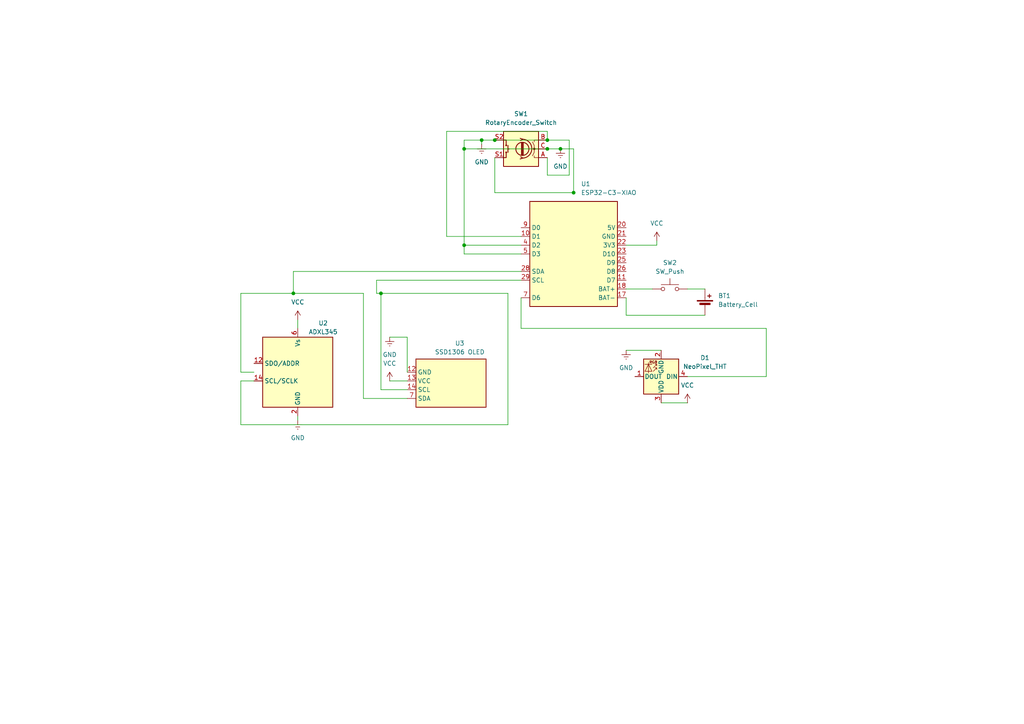
<source format=kicad_sch>
(kicad_sch
	(version 20250114)
	(generator "eeschema")
	(generator_version "9.0")
	(uuid "bf6a552b-c465-4021-a555-ceeaaf1e8576")
	(paper "A4")
	(lib_symbols
		(symbol "ADXL343_1"
			(exclude_from_sim no)
			(in_bom yes)
			(on_board yes)
			(property "Reference" "U3"
				(at 15.24 6.4202 0)
				(effects
					(font
						(size 1.27 1.27)
					)
				)
			)
			(property "Value" "SSD1306 OLED"
				(at 15.24 3.8802 0)
				(effects
					(font
						(size 1.27 1.27)
					)
				)
			)
			(property "Footprint" "Package_LGA:LGA-14_3x5mm_P0.8mm_LayoutBorder1x6y"
				(at 0 0 0)
				(effects
					(font
						(size 1.27 1.27)
					)
					(hide yes)
				)
			)
			(property "Datasheet" "https://www.analog.com/media/en/technical-documentation/data-sheets/ADXL343.pdf"
				(at 0 0 0)
				(effects
					(font
						(size 1.27 1.27)
					)
					(hide yes)
				)
			)
			(property "Description" "3-Axis MEMS Accelerometer, 2/4/8/16g range, I2C/SPI, LGA-14"
				(at 0 0 0)
				(effects
					(font
						(size 1.27 1.27)
					)
					(hide yes)
				)
			)
			(property "ki_keywords" "3-axis accelerometer i2c spi mems"
				(at 0 0 0)
				(effects
					(font
						(size 1.27 1.27)
					)
					(hide yes)
				)
			)
			(property "ki_fp_filters" "*LGA*3x5mm*P0.8mm*"
				(at 0 0 0)
				(effects
					(font
						(size 1.27 1.27)
					)
					(hide yes)
				)
			)
			(symbol "ADXL343_1_0_1"
				(rectangle
					(start -10.16 6.35)
					(end 10.16 -7.62)
					(stroke
						(width 0.254)
						(type default)
					)
					(fill
						(type background)
					)
				)
			)
			(symbol "ADXL343_1_1_1"
				(pin bidirectional line
					(at -12.7 2.54 0)
					(length 2.54)
					(name "GND"
						(effects
							(font
								(size 1.27 1.27)
							)
						)
					)
					(number "12"
						(effects
							(font
								(size 1.27 1.27)
							)
						)
					)
				)
				(pin bidirectional line
					(at -12.7 0 0)
					(length 2.54)
					(name "VCC"
						(effects
							(font
								(size 1.27 1.27)
							)
						)
					)
					(number "13"
						(effects
							(font
								(size 1.27 1.27)
							)
						)
					)
				)
				(pin input line
					(at -12.7 -2.54 0)
					(length 2.54)
					(name "SCL"
						(effects
							(font
								(size 1.27 1.27)
							)
						)
					)
					(number "14"
						(effects
							(font
								(size 1.27 1.27)
							)
						)
					)
				)
				(pin input line
					(at -12.7 -5.08 0)
					(length 2.54)
					(name "SDA"
						(effects
							(font
								(size 1.27 1.27)
							)
						)
					)
					(number "7"
						(effects
							(font
								(size 1.27 1.27)
							)
						)
					)
				)
				(pin no_connect line
					(at -5.08 -10.16 90)
					(length 2.54)
					(hide yes)
					(name "NC"
						(effects
							(font
								(size 1.27 1.27)
							)
						)
					)
					(number "10"
						(effects
							(font
								(size 1.27 1.27)
							)
						)
					)
				)
				(pin passive line
					(at 0 -10.16 90)
					(length 2.54)
					(hide yes)
					(name "GND"
						(effects
							(font
								(size 1.27 1.27)
							)
						)
					)
					(number "4"
						(effects
							(font
								(size 1.27 1.27)
							)
						)
					)
				)
				(pin passive line
					(at 0 -10.16 90)
					(length 2.54)
					(hide yes)
					(name "GND"
						(effects
							(font
								(size 1.27 1.27)
							)
						)
					)
					(number "5"
						(effects
							(font
								(size 1.27 1.27)
							)
						)
					)
				)
			)
			(embedded_fonts no)
		)
		(symbol "Device:Battery_Cell"
			(pin_numbers
				(hide yes)
			)
			(pin_names
				(offset 0)
				(hide yes)
			)
			(exclude_from_sim no)
			(in_bom yes)
			(on_board yes)
			(property "Reference" "BT"
				(at 2.54 2.54 0)
				(effects
					(font
						(size 1.27 1.27)
					)
					(justify left)
				)
			)
			(property "Value" "Battery_Cell"
				(at 2.54 0 0)
				(effects
					(font
						(size 1.27 1.27)
					)
					(justify left)
				)
			)
			(property "Footprint" ""
				(at 0 1.524 90)
				(effects
					(font
						(size 1.27 1.27)
					)
					(hide yes)
				)
			)
			(property "Datasheet" "~"
				(at 0 1.524 90)
				(effects
					(font
						(size 1.27 1.27)
					)
					(hide yes)
				)
			)
			(property "Description" "Single-cell battery"
				(at 0 0 0)
				(effects
					(font
						(size 1.27 1.27)
					)
					(hide yes)
				)
			)
			(property "ki_keywords" "battery cell"
				(at 0 0 0)
				(effects
					(font
						(size 1.27 1.27)
					)
					(hide yes)
				)
			)
			(symbol "Battery_Cell_0_1"
				(rectangle
					(start -2.286 1.778)
					(end 2.286 1.524)
					(stroke
						(width 0)
						(type default)
					)
					(fill
						(type outline)
					)
				)
				(rectangle
					(start -1.524 1.016)
					(end 1.524 0.508)
					(stroke
						(width 0)
						(type default)
					)
					(fill
						(type outline)
					)
				)
				(polyline
					(pts
						(xy 0 1.778) (xy 0 2.54)
					)
					(stroke
						(width 0)
						(type default)
					)
					(fill
						(type none)
					)
				)
				(polyline
					(pts
						(xy 0 0.762) (xy 0 0)
					)
					(stroke
						(width 0)
						(type default)
					)
					(fill
						(type none)
					)
				)
				(polyline
					(pts
						(xy 0.762 3.048) (xy 1.778 3.048)
					)
					(stroke
						(width 0.254)
						(type default)
					)
					(fill
						(type none)
					)
				)
				(polyline
					(pts
						(xy 1.27 3.556) (xy 1.27 2.54)
					)
					(stroke
						(width 0.254)
						(type default)
					)
					(fill
						(type none)
					)
				)
			)
			(symbol "Battery_Cell_1_1"
				(pin passive line
					(at 0 5.08 270)
					(length 2.54)
					(name "+"
						(effects
							(font
								(size 1.27 1.27)
							)
						)
					)
					(number "1"
						(effects
							(font
								(size 1.27 1.27)
							)
						)
					)
				)
				(pin passive line
					(at 0 -2.54 90)
					(length 2.54)
					(name "-"
						(effects
							(font
								(size 1.27 1.27)
							)
						)
					)
					(number "2"
						(effects
							(font
								(size 1.27 1.27)
							)
						)
					)
				)
			)
			(embedded_fonts no)
		)
		(symbol "Device:RotaryEncoder_Switch"
			(pin_names
				(offset 0.254)
				(hide yes)
			)
			(exclude_from_sim no)
			(in_bom yes)
			(on_board yes)
			(property "Reference" "SW"
				(at 0 6.604 0)
				(effects
					(font
						(size 1.27 1.27)
					)
				)
			)
			(property "Value" "RotaryEncoder_Switch"
				(at 0 -6.604 0)
				(effects
					(font
						(size 1.27 1.27)
					)
				)
			)
			(property "Footprint" ""
				(at -3.81 4.064 0)
				(effects
					(font
						(size 1.27 1.27)
					)
					(hide yes)
				)
			)
			(property "Datasheet" "~"
				(at 0 6.604 0)
				(effects
					(font
						(size 1.27 1.27)
					)
					(hide yes)
				)
			)
			(property "Description" "Rotary encoder, dual channel, incremental quadrate outputs, with switch"
				(at 0 0 0)
				(effects
					(font
						(size 1.27 1.27)
					)
					(hide yes)
				)
			)
			(property "ki_keywords" "rotary switch encoder switch push button"
				(at 0 0 0)
				(effects
					(font
						(size 1.27 1.27)
					)
					(hide yes)
				)
			)
			(property "ki_fp_filters" "RotaryEncoder*Switch*"
				(at 0 0 0)
				(effects
					(font
						(size 1.27 1.27)
					)
					(hide yes)
				)
			)
			(symbol "RotaryEncoder_Switch_0_1"
				(rectangle
					(start -5.08 5.08)
					(end 5.08 -5.08)
					(stroke
						(width 0.254)
						(type default)
					)
					(fill
						(type background)
					)
				)
				(polyline
					(pts
						(xy -5.08 2.54) (xy -3.81 2.54) (xy -3.81 2.032)
					)
					(stroke
						(width 0)
						(type default)
					)
					(fill
						(type none)
					)
				)
				(polyline
					(pts
						(xy -5.08 0) (xy -3.81 0) (xy -3.81 -1.016) (xy -3.302 -2.032)
					)
					(stroke
						(width 0)
						(type default)
					)
					(fill
						(type none)
					)
				)
				(polyline
					(pts
						(xy -5.08 -2.54) (xy -3.81 -2.54) (xy -3.81 -2.032)
					)
					(stroke
						(width 0)
						(type default)
					)
					(fill
						(type none)
					)
				)
				(polyline
					(pts
						(xy -4.318 0) (xy -3.81 0) (xy -3.81 1.016) (xy -3.302 2.032)
					)
					(stroke
						(width 0)
						(type default)
					)
					(fill
						(type none)
					)
				)
				(circle
					(center -3.81 0)
					(radius 0.254)
					(stroke
						(width 0)
						(type default)
					)
					(fill
						(type outline)
					)
				)
				(polyline
					(pts
						(xy -0.635 -1.778) (xy -0.635 1.778)
					)
					(stroke
						(width 0.254)
						(type default)
					)
					(fill
						(type none)
					)
				)
				(circle
					(center -0.381 0)
					(radius 1.905)
					(stroke
						(width 0.254)
						(type default)
					)
					(fill
						(type none)
					)
				)
				(polyline
					(pts
						(xy -0.381 -1.778) (xy -0.381 1.778)
					)
					(stroke
						(width 0.254)
						(type default)
					)
					(fill
						(type none)
					)
				)
				(arc
					(start -0.381 -2.794)
					(mid -3.0988 -0.0635)
					(end -0.381 2.667)
					(stroke
						(width 0.254)
						(type default)
					)
					(fill
						(type none)
					)
				)
				(polyline
					(pts
						(xy -0.127 1.778) (xy -0.127 -1.778)
					)
					(stroke
						(width 0.254)
						(type default)
					)
					(fill
						(type none)
					)
				)
				(polyline
					(pts
						(xy 0.254 2.921) (xy -0.508 2.667) (xy 0.127 2.286)
					)
					(stroke
						(width 0.254)
						(type default)
					)
					(fill
						(type none)
					)
				)
				(polyline
					(pts
						(xy 0.254 -3.048) (xy -0.508 -2.794) (xy 0.127 -2.413)
					)
					(stroke
						(width 0.254)
						(type default)
					)
					(fill
						(type none)
					)
				)
				(polyline
					(pts
						(xy 3.81 1.016) (xy 3.81 -1.016)
					)
					(stroke
						(width 0.254)
						(type default)
					)
					(fill
						(type none)
					)
				)
				(polyline
					(pts
						(xy 3.81 0) (xy 3.429 0)
					)
					(stroke
						(width 0.254)
						(type default)
					)
					(fill
						(type none)
					)
				)
				(circle
					(center 4.318 1.016)
					(radius 0.127)
					(stroke
						(width 0.254)
						(type default)
					)
					(fill
						(type none)
					)
				)
				(circle
					(center 4.318 -1.016)
					(radius 0.127)
					(stroke
						(width 0.254)
						(type default)
					)
					(fill
						(type none)
					)
				)
				(polyline
					(pts
						(xy 5.08 2.54) (xy 4.318 2.54) (xy 4.318 1.016)
					)
					(stroke
						(width 0.254)
						(type default)
					)
					(fill
						(type none)
					)
				)
				(polyline
					(pts
						(xy 5.08 -2.54) (xy 4.318 -2.54) (xy 4.318 -1.016)
					)
					(stroke
						(width 0.254)
						(type default)
					)
					(fill
						(type none)
					)
				)
			)
			(symbol "RotaryEncoder_Switch_1_1"
				(pin passive line
					(at -7.62 2.54 0)
					(length 2.54)
					(name "A"
						(effects
							(font
								(size 1.27 1.27)
							)
						)
					)
					(number "A"
						(effects
							(font
								(size 1.27 1.27)
							)
						)
					)
				)
				(pin passive line
					(at -7.62 0 0)
					(length 2.54)
					(name "C"
						(effects
							(font
								(size 1.27 1.27)
							)
						)
					)
					(number "C"
						(effects
							(font
								(size 1.27 1.27)
							)
						)
					)
				)
				(pin passive line
					(at -7.62 -2.54 0)
					(length 2.54)
					(name "B"
						(effects
							(font
								(size 1.27 1.27)
							)
						)
					)
					(number "B"
						(effects
							(font
								(size 1.27 1.27)
							)
						)
					)
				)
				(pin passive line
					(at 7.62 2.54 180)
					(length 2.54)
					(name "S1"
						(effects
							(font
								(size 1.27 1.27)
							)
						)
					)
					(number "S1"
						(effects
							(font
								(size 1.27 1.27)
							)
						)
					)
				)
				(pin passive line
					(at 7.62 -2.54 180)
					(length 2.54)
					(name "S2"
						(effects
							(font
								(size 1.27 1.27)
							)
						)
					)
					(number "S2"
						(effects
							(font
								(size 1.27 1.27)
							)
						)
					)
				)
			)
			(embedded_fonts no)
		)
		(symbol "LED:NeoPixel_THT"
			(pin_names
				(offset 0.254)
			)
			(exclude_from_sim no)
			(in_bom yes)
			(on_board yes)
			(property "Reference" "D"
				(at 5.08 5.715 0)
				(effects
					(font
						(size 1.27 1.27)
					)
					(justify right bottom)
				)
			)
			(property "Value" "NeoPixel_THT"
				(at 1.27 -5.715 0)
				(effects
					(font
						(size 1.27 1.27)
					)
					(justify left top)
				)
			)
			(property "Footprint" ""
				(at 1.27 -7.62 0)
				(effects
					(font
						(size 1.27 1.27)
					)
					(justify left top)
					(hide yes)
				)
			)
			(property "Datasheet" "https://www.adafruit.com/product/1938"
				(at 2.54 -9.525 0)
				(effects
					(font
						(size 1.27 1.27)
					)
					(justify left top)
					(hide yes)
				)
			)
			(property "Description" "RGB LED with integrated controller, 5mm/8mm LED package"
				(at 0 0 0)
				(effects
					(font
						(size 1.27 1.27)
					)
					(hide yes)
				)
			)
			(property "ki_keywords" "RGB LED NeoPixel addressable"
				(at 0 0 0)
				(effects
					(font
						(size 1.27 1.27)
					)
					(hide yes)
				)
			)
			(property "ki_fp_filters" "LED*D5.0mm* LED*D8.0mm*"
				(at 0 0 0)
				(effects
					(font
						(size 1.27 1.27)
					)
					(hide yes)
				)
			)
			(symbol "NeoPixel_THT_0_0"
				(text "RGB"
					(at 2.286 -4.191 0)
					(effects
						(font
							(size 0.762 0.762)
						)
					)
				)
			)
			(symbol "NeoPixel_THT_0_1"
				(polyline
					(pts
						(xy 1.27 -2.54) (xy 1.778 -2.54)
					)
					(stroke
						(width 0)
						(type default)
					)
					(fill
						(type none)
					)
				)
				(polyline
					(pts
						(xy 1.27 -3.556) (xy 1.778 -3.556)
					)
					(stroke
						(width 0)
						(type default)
					)
					(fill
						(type none)
					)
				)
				(polyline
					(pts
						(xy 2.286 -1.524) (xy 1.27 -2.54) (xy 1.27 -2.032)
					)
					(stroke
						(width 0)
						(type default)
					)
					(fill
						(type none)
					)
				)
				(polyline
					(pts
						(xy 2.286 -2.54) (xy 1.27 -3.556) (xy 1.27 -3.048)
					)
					(stroke
						(width 0)
						(type default)
					)
					(fill
						(type none)
					)
				)
				(polyline
					(pts
						(xy 3.683 -1.016) (xy 3.683 -3.556) (xy 3.683 -4.064)
					)
					(stroke
						(width 0)
						(type default)
					)
					(fill
						(type none)
					)
				)
				(polyline
					(pts
						(xy 4.699 -1.524) (xy 2.667 -1.524) (xy 3.683 -3.556) (xy 4.699 -1.524)
					)
					(stroke
						(width 0)
						(type default)
					)
					(fill
						(type none)
					)
				)
				(polyline
					(pts
						(xy 4.699 -3.556) (xy 2.667 -3.556)
					)
					(stroke
						(width 0)
						(type default)
					)
					(fill
						(type none)
					)
				)
				(rectangle
					(start 5.08 5.08)
					(end -5.08 -5.08)
					(stroke
						(width 0.254)
						(type default)
					)
					(fill
						(type background)
					)
				)
			)
			(symbol "NeoPixel_THT_1_1"
				(pin input line
					(at -7.62 0 0)
					(length 2.54)
					(name "DIN"
						(effects
							(font
								(size 1.27 1.27)
							)
						)
					)
					(number "4"
						(effects
							(font
								(size 1.27 1.27)
							)
						)
					)
				)
				(pin power_in line
					(at 0 7.62 270)
					(length 2.54)
					(name "VDD"
						(effects
							(font
								(size 1.27 1.27)
							)
						)
					)
					(number "3"
						(effects
							(font
								(size 1.27 1.27)
							)
						)
					)
				)
				(pin power_in line
					(at 0 -7.62 90)
					(length 2.54)
					(name "GND"
						(effects
							(font
								(size 1.27 1.27)
							)
						)
					)
					(number "2"
						(effects
							(font
								(size 1.27 1.27)
							)
						)
					)
				)
				(pin output line
					(at 7.62 0 180)
					(length 2.54)
					(name "DOUT"
						(effects
							(font
								(size 1.27 1.27)
							)
						)
					)
					(number "1"
						(effects
							(font
								(size 1.27 1.27)
							)
						)
					)
				)
			)
			(embedded_fonts no)
		)
		(symbol "RF_Module:ESP32-C3-DevKitM-1"
			(exclude_from_sim no)
			(in_bom yes)
			(on_board yes)
			(property "Reference" "U1"
				(at 2.1433 20.32 0)
				(effects
					(font
						(size 1.27 1.27)
					)
					(justify left)
				)
			)
			(property "Value" "ESP32-C3-XIAO"
				(at 2.1433 17.78 0)
				(effects
					(font
						(size 1.27 1.27)
					)
					(justify left)
				)
			)
			(property "Footprint" "RF_Module:ESP32-C3-DevKitM-1"
				(at 0 -25.4 0)
				(effects
					(font
						(size 1.27 1.27)
					)
					(hide yes)
				)
			)
			(property "Datasheet" "https://docs.espressif.com/projects/esp-idf/en/latest/esp32c3/hw-reference/esp32c3/user-guide-devkitm-1.html"
				(at 0 -30.48 0)
				(effects
					(font
						(size 1.27 1.27)
					)
					(hide yes)
				)
			)
			(property "Description" "Development board featuring ESP32-C3-MINI-1 module"
				(at 0 -27.94 0)
				(effects
					(font
						(size 1.27 1.27)
					)
					(hide yes)
				)
			)
			(property "ki_keywords" "riscv wifi bluetooth ble"
				(at 0 0 0)
				(effects
					(font
						(size 1.27 1.27)
					)
					(hide yes)
				)
			)
			(property "ki_fp_filters" "*ESP32?C3?DevKitM?1*"
				(at 0 0 0)
				(effects
					(font
						(size 1.27 1.27)
					)
					(hide yes)
				)
			)
			(symbol "ESP32-C3-DevKitM-1_1_1"
				(rectangle
					(start -12.7 15.24)
					(end 12.7 -15.24)
					(stroke
						(width 0.254)
						(type default)
					)
					(fill
						(type background)
					)
				)
				(pin bidirectional line
					(at -15.24 7.62 0)
					(length 2.54)
					(name "D0"
						(effects
							(font
								(size 1.27 1.27)
							)
						)
					)
					(number "9"
						(effects
							(font
								(size 1.27 1.27)
							)
						)
					)
					(alternate "ADC1_CH0" passive line)
					(alternate "XTAL_32K_P" passive line)
				)
				(pin bidirectional line
					(at -15.24 5.08 0)
					(length 2.54)
					(name "D1"
						(effects
							(font
								(size 1.27 1.27)
							)
						)
					)
					(number "10"
						(effects
							(font
								(size 1.27 1.27)
							)
						)
					)
					(alternate "ADC1_CH1" passive line)
					(alternate "XTAL_32K_N" passive line)
				)
				(pin bidirectional line
					(at -15.24 2.54 0)
					(length 2.54)
					(name "D2"
						(effects
							(font
								(size 1.27 1.27)
							)
						)
					)
					(number "4"
						(effects
							(font
								(size 1.27 1.27)
							)
						)
					)
					(alternate "ADC1_CH0" passive line)
					(alternate "FSPIQ" passive line)
				)
				(pin bidirectional line
					(at -15.24 0 0)
					(length 2.54)
					(name "D3"
						(effects
							(font
								(size 1.27 1.27)
							)
						)
					)
					(number "5"
						(effects
							(font
								(size 1.27 1.27)
							)
						)
					)
					(alternate "ADC1_CH3" passive line)
				)
				(pin bidirectional line
					(at -15.24 -5.08 0)
					(length 2.54)
					(name "SDA"
						(effects
							(font
								(size 1.27 1.27)
							)
						)
					)
					(number "28"
						(effects
							(font
								(size 1.27 1.27)
							)
						)
					)
					(alternate "IO20" passive line)
				)
				(pin bidirectional line
					(at -15.24 -7.62 0)
					(length 2.54)
					(name "SCL"
						(effects
							(font
								(size 1.27 1.27)
							)
						)
					)
					(number "29"
						(effects
							(font
								(size 1.27 1.27)
							)
						)
					)
					(alternate "IO21" passive line)
				)
				(pin input line
					(at -15.24 -12.7 0)
					(length 2.54)
					(name "D6"
						(effects
							(font
								(size 1.27 1.27)
							)
						)
					)
					(number "7"
						(effects
							(font
								(size 1.27 1.27)
							)
						)
					)
				)
				(pin passive line
					(at 0 17.78 270)
					(length 2.54)
					(hide yes)
					(name "5V"
						(effects
							(font
								(size 1.27 1.27)
							)
						)
					)
					(number "14"
						(effects
							(font
								(size 1.27 1.27)
							)
						)
					)
				)
				(pin passive line
					(at 0 -17.78 90)
					(length 2.54)
					(hide yes)
					(name "GND"
						(effects
							(font
								(size 1.27 1.27)
							)
						)
					)
					(number "12"
						(effects
							(font
								(size 1.27 1.27)
							)
						)
					)
				)
				(pin passive line
					(at 0 -17.78 90)
					(length 2.54)
					(hide yes)
					(name "GND"
						(effects
							(font
								(size 1.27 1.27)
							)
						)
					)
					(number "15"
						(effects
							(font
								(size 1.27 1.27)
							)
						)
					)
				)
				(pin passive line
					(at 0 -17.78 90)
					(length 2.54)
					(hide yes)
					(name "GND"
						(effects
							(font
								(size 1.27 1.27)
							)
						)
					)
					(number "16"
						(effects
							(font
								(size 1.27 1.27)
							)
						)
					)
				)
				(pin passive line
					(at 0 -17.78 90)
					(length 2.54)
					(hide yes)
					(name "GND"
						(effects
							(font
								(size 1.27 1.27)
							)
						)
					)
					(number "19"
						(effects
							(font
								(size 1.27 1.27)
							)
						)
					)
				)
				(pin passive line
					(at 0 -17.78 90)
					(length 2.54)
					(hide yes)
					(name "GND"
						(effects
							(font
								(size 1.27 1.27)
							)
						)
					)
					(number "24"
						(effects
							(font
								(size 1.27 1.27)
							)
						)
					)
				)
				(pin passive line
					(at 0 -17.78 90)
					(length 2.54)
					(hide yes)
					(name "GND"
						(effects
							(font
								(size 1.27 1.27)
							)
						)
					)
					(number "27"
						(effects
							(font
								(size 1.27 1.27)
							)
						)
					)
				)
				(pin passive line
					(at 0 -17.78 90)
					(length 2.54)
					(hide yes)
					(name "GND"
						(effects
							(font
								(size 1.27 1.27)
							)
						)
					)
					(number "30"
						(effects
							(font
								(size 1.27 1.27)
							)
						)
					)
				)
				(pin passive line
					(at 0 -17.78 90)
					(length 2.54)
					(hide yes)
					(name "GND"
						(effects
							(font
								(size 1.27 1.27)
							)
						)
					)
					(number "6"
						(effects
							(font
								(size 1.27 1.27)
							)
						)
					)
				)
				(pin passive line
					(at 0 -17.78 90)
					(length 2.54)
					(hide yes)
					(name "GND"
						(effects
							(font
								(size 1.27 1.27)
							)
						)
					)
					(number "8"
						(effects
							(font
								(size 1.27 1.27)
							)
						)
					)
				)
				(pin passive line
					(at 15.24 12.7 180)
					(length 2.54)
					(hide yes)
					(name "3V3"
						(effects
							(font
								(size 1.27 1.27)
							)
						)
					)
					(number "3"
						(effects
							(font
								(size 1.27 1.27)
							)
						)
					)
				)
				(pin bidirectional line
					(at 15.24 7.62 180)
					(length 2.54)
					(name "5V"
						(effects
							(font
								(size 1.27 1.27)
							)
						)
					)
					(number "20"
						(effects
							(font
								(size 1.27 1.27)
							)
						)
					)
					(alternate "ADC1_CH4" passive line)
					(alternate "FSPIHD" passive line)
					(alternate "MTMS" passive line)
				)
				(pin bidirectional line
					(at 15.24 5.08 180)
					(length 2.54)
					(name "GND"
						(effects
							(font
								(size 1.27 1.27)
							)
						)
					)
					(number "21"
						(effects
							(font
								(size 1.27 1.27)
							)
						)
					)
					(alternate "ADC2_CH0" passive line)
					(alternate "FSPIWP" passive line)
					(alternate "MTDI" passive line)
				)
				(pin bidirectional line
					(at 15.24 2.54 180)
					(length 2.54)
					(name "3V3"
						(effects
							(font
								(size 1.27 1.27)
							)
						)
					)
					(number "22"
						(effects
							(font
								(size 1.27 1.27)
							)
						)
					)
					(alternate "FSPICLK" passive line)
					(alternate "MTCK" passive line)
				)
				(pin bidirectional line
					(at 15.24 0 180)
					(length 2.54)
					(name "D10"
						(effects
							(font
								(size 1.27 1.27)
							)
						)
					)
					(number "23"
						(effects
							(font
								(size 1.27 1.27)
							)
						)
					)
					(alternate "FSPID" passive line)
					(alternate "MTDO" passive line)
				)
				(pin bidirectional line
					(at 15.24 -2.54 180)
					(length 2.54)
					(name "D9"
						(effects
							(font
								(size 1.27 1.27)
							)
						)
					)
					(number "25"
						(effects
							(font
								(size 1.27 1.27)
							)
						)
					)
				)
				(pin bidirectional line
					(at 15.24 -5.08 180)
					(length 2.54)
					(name "D8"
						(effects
							(font
								(size 1.27 1.27)
							)
						)
					)
					(number "26"
						(effects
							(font
								(size 1.27 1.27)
							)
						)
					)
				)
				(pin bidirectional line
					(at 15.24 -7.62 180)
					(length 2.54)
					(name "D7"
						(effects
							(font
								(size 1.27 1.27)
							)
						)
					)
					(number "11"
						(effects
							(font
								(size 1.27 1.27)
							)
						)
					)
					(alternate "FSPICS0" passive line)
				)
				(pin bidirectional line
					(at 15.24 -10.16 180)
					(length 2.54)
					(name "BAT+"
						(effects
							(font
								(size 1.27 1.27)
							)
						)
					)
					(number "18"
						(effects
							(font
								(size 1.27 1.27)
							)
						)
					)
					(alternate "USB_D-" passive line)
				)
				(pin bidirectional line
					(at 15.24 -12.7 180)
					(length 2.54)
					(name "BAT-"
						(effects
							(font
								(size 1.27 1.27)
							)
						)
					)
					(number "17"
						(effects
							(font
								(size 1.27 1.27)
							)
						)
					)
					(alternate "USB_D+" passive line)
				)
			)
			(embedded_fonts no)
		)
		(symbol "Sensor_Motion:ADXL343"
			(exclude_from_sim no)
			(in_bom yes)
			(on_board yes)
			(property "Reference" "U2"
				(at 15.24 6.4202 0)
				(effects
					(font
						(size 1.27 1.27)
					)
				)
			)
			(property "Value" "ADXL345"
				(at 15.24 3.8802 0)
				(effects
					(font
						(size 1.27 1.27)
					)
				)
			)
			(property "Footprint" "Package_LGA:LGA-14_3x5mm_P0.8mm_LayoutBorder1x6y"
				(at 0 0 0)
				(effects
					(font
						(size 1.27 1.27)
					)
					(hide yes)
				)
			)
			(property "Datasheet" "https://www.analog.com/media/en/technical-documentation/data-sheets/ADXL343.pdf"
				(at 0 0 0)
				(effects
					(font
						(size 1.27 1.27)
					)
					(hide yes)
				)
			)
			(property "Description" "3-Axis MEMS Accelerometer, 2/4/8/16g range, I2C/SPI, LGA-14"
				(at 0 0 0)
				(effects
					(font
						(size 1.27 1.27)
					)
					(hide yes)
				)
			)
			(property "ki_keywords" "3-axis accelerometer i2c spi mems"
				(at 0 0 0)
				(effects
					(font
						(size 1.27 1.27)
					)
					(hide yes)
				)
			)
			(property "ki_fp_filters" "*LGA*3x5mm*P0.8mm*"
				(at 0 0 0)
				(effects
					(font
						(size 1.27 1.27)
					)
					(hide yes)
				)
			)
			(symbol "ADXL343_0_1"
				(rectangle
					(start -10.16 10.16)
					(end 10.16 -10.16)
					(stroke
						(width 0.254)
						(type default)
					)
					(fill
						(type background)
					)
				)
			)
			(symbol "ADXL343_1_1"
				(pin bidirectional line
					(at -12.7 2.54 0)
					(length 2.54)
					(name "SDO/ADDR"
						(effects
							(font
								(size 1.27 1.27)
							)
						)
					)
					(number "12"
						(effects
							(font
								(size 1.27 1.27)
							)
						)
					)
				)
				(pin input line
					(at -12.7 -2.54 0)
					(length 2.54)
					(name "SCL/SCLK"
						(effects
							(font
								(size 1.27 1.27)
							)
						)
					)
					(number "14"
						(effects
							(font
								(size 1.27 1.27)
							)
						)
					)
				)
				(pin no_connect line
					(at -5.08 -10.16 90)
					(length 2.54)
					(hide yes)
					(name "NC"
						(effects
							(font
								(size 1.27 1.27)
							)
						)
					)
					(number "10"
						(effects
							(font
								(size 1.27 1.27)
							)
						)
					)
				)
				(pin power_in line
					(at 0 12.7 270)
					(length 2.54)
					(name "Vs"
						(effects
							(font
								(size 1.27 1.27)
							)
						)
					)
					(number "6"
						(effects
							(font
								(size 1.27 1.27)
							)
						)
					)
				)
				(pin power_in line
					(at 0 -12.7 90)
					(length 2.54)
					(name "GND"
						(effects
							(font
								(size 1.27 1.27)
							)
						)
					)
					(number "2"
						(effects
							(font
								(size 1.27 1.27)
							)
						)
					)
				)
				(pin passive line
					(at 0 -12.7 90)
					(length 2.54)
					(hide yes)
					(name "GND"
						(effects
							(font
								(size 1.27 1.27)
							)
						)
					)
					(number "4"
						(effects
							(font
								(size 1.27 1.27)
							)
						)
					)
				)
				(pin passive line
					(at 0 -12.7 90)
					(length 2.54)
					(hide yes)
					(name "GND"
						(effects
							(font
								(size 1.27 1.27)
							)
						)
					)
					(number "5"
						(effects
							(font
								(size 1.27 1.27)
							)
						)
					)
				)
			)
			(embedded_fonts no)
		)
		(symbol "Switch:SW_Push"
			(pin_numbers
				(hide yes)
			)
			(pin_names
				(offset 1.016)
				(hide yes)
			)
			(exclude_from_sim no)
			(in_bom yes)
			(on_board yes)
			(property "Reference" "SW"
				(at 1.27 2.54 0)
				(effects
					(font
						(size 1.27 1.27)
					)
					(justify left)
				)
			)
			(property "Value" "SW_Push"
				(at 0 -1.524 0)
				(effects
					(font
						(size 1.27 1.27)
					)
				)
			)
			(property "Footprint" ""
				(at 0 5.08 0)
				(effects
					(font
						(size 1.27 1.27)
					)
					(hide yes)
				)
			)
			(property "Datasheet" "~"
				(at 0 5.08 0)
				(effects
					(font
						(size 1.27 1.27)
					)
					(hide yes)
				)
			)
			(property "Description" "Push button switch, generic, two pins"
				(at 0 0 0)
				(effects
					(font
						(size 1.27 1.27)
					)
					(hide yes)
				)
			)
			(property "ki_keywords" "switch normally-open pushbutton push-button"
				(at 0 0 0)
				(effects
					(font
						(size 1.27 1.27)
					)
					(hide yes)
				)
			)
			(symbol "SW_Push_0_1"
				(circle
					(center -2.032 0)
					(radius 0.508)
					(stroke
						(width 0)
						(type default)
					)
					(fill
						(type none)
					)
				)
				(polyline
					(pts
						(xy 0 1.27) (xy 0 3.048)
					)
					(stroke
						(width 0)
						(type default)
					)
					(fill
						(type none)
					)
				)
				(circle
					(center 2.032 0)
					(radius 0.508)
					(stroke
						(width 0)
						(type default)
					)
					(fill
						(type none)
					)
				)
				(polyline
					(pts
						(xy 2.54 1.27) (xy -2.54 1.27)
					)
					(stroke
						(width 0)
						(type default)
					)
					(fill
						(type none)
					)
				)
				(pin passive line
					(at -5.08 0 0)
					(length 2.54)
					(name "1"
						(effects
							(font
								(size 1.27 1.27)
							)
						)
					)
					(number "1"
						(effects
							(font
								(size 1.27 1.27)
							)
						)
					)
				)
				(pin passive line
					(at 5.08 0 180)
					(length 2.54)
					(name "2"
						(effects
							(font
								(size 1.27 1.27)
							)
						)
					)
					(number "2"
						(effects
							(font
								(size 1.27 1.27)
							)
						)
					)
				)
			)
			(embedded_fonts no)
		)
		(symbol "power:GNDREF"
			(power)
			(pin_numbers
				(hide yes)
			)
			(pin_names
				(offset 0)
				(hide yes)
			)
			(exclude_from_sim no)
			(in_bom yes)
			(on_board yes)
			(property "Reference" "#PWR"
				(at 0 -6.35 0)
				(effects
					(font
						(size 1.27 1.27)
					)
					(hide yes)
				)
			)
			(property "Value" "GNDREF"
				(at 0 -3.81 0)
				(effects
					(font
						(size 1.27 1.27)
					)
				)
			)
			(property "Footprint" ""
				(at 0 0 0)
				(effects
					(font
						(size 1.27 1.27)
					)
					(hide yes)
				)
			)
			(property "Datasheet" ""
				(at 0 0 0)
				(effects
					(font
						(size 1.27 1.27)
					)
					(hide yes)
				)
			)
			(property "Description" "Power symbol creates a global label with name \"GNDREF\" , reference supply ground"
				(at 0 0 0)
				(effects
					(font
						(size 1.27 1.27)
					)
					(hide yes)
				)
			)
			(property "ki_keywords" "global power"
				(at 0 0 0)
				(effects
					(font
						(size 1.27 1.27)
					)
					(hide yes)
				)
			)
			(symbol "GNDREF_0_1"
				(polyline
					(pts
						(xy -0.635 -1.905) (xy 0.635 -1.905)
					)
					(stroke
						(width 0)
						(type default)
					)
					(fill
						(type none)
					)
				)
				(polyline
					(pts
						(xy -0.127 -2.54) (xy 0.127 -2.54)
					)
					(stroke
						(width 0)
						(type default)
					)
					(fill
						(type none)
					)
				)
				(polyline
					(pts
						(xy 0 -1.27) (xy 0 0)
					)
					(stroke
						(width 0)
						(type default)
					)
					(fill
						(type none)
					)
				)
				(polyline
					(pts
						(xy 1.27 -1.27) (xy -1.27 -1.27)
					)
					(stroke
						(width 0)
						(type default)
					)
					(fill
						(type none)
					)
				)
			)
			(symbol "GNDREF_1_1"
				(pin power_in line
					(at 0 0 270)
					(length 0)
					(name "~"
						(effects
							(font
								(size 1.27 1.27)
							)
						)
					)
					(number "1"
						(effects
							(font
								(size 1.27 1.27)
							)
						)
					)
				)
			)
			(embedded_fonts no)
		)
		(symbol "power:VCC"
			(power)
			(pin_numbers
				(hide yes)
			)
			(pin_names
				(offset 0)
				(hide yes)
			)
			(exclude_from_sim no)
			(in_bom yes)
			(on_board yes)
			(property "Reference" "#PWR"
				(at 0 -3.81 0)
				(effects
					(font
						(size 1.27 1.27)
					)
					(hide yes)
				)
			)
			(property "Value" "VCC"
				(at 0 3.556 0)
				(effects
					(font
						(size 1.27 1.27)
					)
				)
			)
			(property "Footprint" ""
				(at 0 0 0)
				(effects
					(font
						(size 1.27 1.27)
					)
					(hide yes)
				)
			)
			(property "Datasheet" ""
				(at 0 0 0)
				(effects
					(font
						(size 1.27 1.27)
					)
					(hide yes)
				)
			)
			(property "Description" "Power symbol creates a global label with name \"VCC\""
				(at 0 0 0)
				(effects
					(font
						(size 1.27 1.27)
					)
					(hide yes)
				)
			)
			(property "ki_keywords" "global power"
				(at 0 0 0)
				(effects
					(font
						(size 1.27 1.27)
					)
					(hide yes)
				)
			)
			(symbol "VCC_0_1"
				(polyline
					(pts
						(xy -0.762 1.27) (xy 0 2.54)
					)
					(stroke
						(width 0)
						(type default)
					)
					(fill
						(type none)
					)
				)
				(polyline
					(pts
						(xy 0 2.54) (xy 0.762 1.27)
					)
					(stroke
						(width 0)
						(type default)
					)
					(fill
						(type none)
					)
				)
				(polyline
					(pts
						(xy 0 0) (xy 0 2.54)
					)
					(stroke
						(width 0)
						(type default)
					)
					(fill
						(type none)
					)
				)
			)
			(symbol "VCC_1_1"
				(pin power_in line
					(at 0 0 90)
					(length 0)
					(name "~"
						(effects
							(font
								(size 1.27 1.27)
							)
						)
					)
					(number "1"
						(effects
							(font
								(size 1.27 1.27)
							)
						)
					)
				)
			)
			(embedded_fonts no)
		)
	)
	(junction
		(at 85.09 85.09)
		(diameter 0)
		(color 0 0 0 0)
		(uuid "2ce89f8d-a369-4041-8b2f-f0956c54af12")
	)
	(junction
		(at 134.62 43.18)
		(diameter 0)
		(color 0 0 0 0)
		(uuid "47facf84-2e94-423d-9440-9cdc09553173")
	)
	(junction
		(at 158.75 40.64)
		(diameter 0)
		(color 0 0 0 0)
		(uuid "496e28bb-ed15-4c5e-bf28-d9e995839878")
	)
	(junction
		(at 143.51 40.64)
		(diameter 0)
		(color 0 0 0 0)
		(uuid "957d82ef-46af-487f-9acc-c3ae00290c83")
	)
	(junction
		(at 139.7 40.64)
		(diameter 0)
		(color 0 0 0 0)
		(uuid "a1c5bd34-5d18-49a9-8a4a-d94babdfc04b")
	)
	(junction
		(at 158.75 43.18)
		(diameter 0)
		(color 0 0 0 0)
		(uuid "b0e56dca-a688-40fa-ac50-f021bfb1661e")
	)
	(junction
		(at 134.62 71.12)
		(diameter 0)
		(color 0 0 0 0)
		(uuid "c19528ef-e46b-41c2-aaac-2db573cfdd40")
	)
	(junction
		(at 162.56 43.18)
		(diameter 0)
		(color 0 0 0 0)
		(uuid "c8d9a6bf-70ee-49c8-b465-5de3056b6564")
	)
	(junction
		(at 110.49 85.09)
		(diameter 0)
		(color 0 0 0 0)
		(uuid "d29a5913-fee3-4120-97a5-7e1bf735cb78")
	)
	(junction
		(at 166.37 55.88)
		(diameter 0)
		(color 0 0 0 0)
		(uuid "ea564c73-756c-4e00-bd95-08710e9a5b11")
	)
	(wire
		(pts
			(xy 69.85 110.49) (xy 69.85 123.19)
		)
		(stroke
			(width 0)
			(type default)
		)
		(uuid "04bf4a08-1da6-4922-ba1e-10b850523c7d")
	)
	(wire
		(pts
			(xy 113.03 110.49) (xy 118.11 110.49)
		)
		(stroke
			(width 0)
			(type default)
		)
		(uuid "0a6ff744-83ba-4c9b-ad71-709e6adf135a")
	)
	(wire
		(pts
			(xy 158.75 50.8) (xy 158.75 45.72)
		)
		(stroke
			(width 0)
			(type default)
		)
		(uuid "0b2c3307-3803-4308-bb65-cc9839b6508e")
	)
	(wire
		(pts
			(xy 158.75 43.18) (xy 162.56 43.18)
		)
		(stroke
			(width 0)
			(type default)
		)
		(uuid "15094e0b-c9ba-46f4-8531-0420ec21ea8e")
	)
	(wire
		(pts
			(xy 143.51 45.72) (xy 143.51 55.88)
		)
		(stroke
			(width 0)
			(type default)
		)
		(uuid "164d03ff-7d33-4999-9ffb-1ea79a98b06e")
	)
	(wire
		(pts
			(xy 109.22 81.28) (xy 151.13 81.28)
		)
		(stroke
			(width 0)
			(type default)
		)
		(uuid "17ffdbee-4b39-4297-9ac2-1c61240e0e26")
	)
	(wire
		(pts
			(xy 134.62 71.12) (xy 151.13 71.12)
		)
		(stroke
			(width 0)
			(type default)
		)
		(uuid "1a05def8-1de7-4240-a695-913b18eaee9e")
	)
	(wire
		(pts
			(xy 143.51 40.64) (xy 158.75 40.64)
		)
		(stroke
			(width 0)
			(type default)
		)
		(uuid "1b30b93b-4771-47fa-9796-e1deed048f25")
	)
	(wire
		(pts
			(xy 109.22 85.09) (xy 109.22 81.28)
		)
		(stroke
			(width 0)
			(type default)
		)
		(uuid "1e6e1ef0-d3dc-4a24-b5c5-aa7c16014d2f")
	)
	(wire
		(pts
			(xy 113.03 97.79) (xy 118.11 97.79)
		)
		(stroke
			(width 0)
			(type default)
		)
		(uuid "209ba718-5401-4926-a4fa-55c24864a2dd")
	)
	(wire
		(pts
			(xy 166.37 43.18) (xy 166.37 55.88)
		)
		(stroke
			(width 0)
			(type default)
		)
		(uuid "263a35f2-8a2b-4321-9fdc-44f02d1c89ca")
	)
	(wire
		(pts
			(xy 109.22 85.09) (xy 110.49 85.09)
		)
		(stroke
			(width 0)
			(type default)
		)
		(uuid "2822d944-fae8-4850-9662-664d10a13c18")
	)
	(wire
		(pts
			(xy 73.66 107.95) (xy 69.85 107.95)
		)
		(stroke
			(width 0)
			(type default)
		)
		(uuid "2dee4711-79eb-4a7f-ba1b-fe7218bd6afa")
	)
	(wire
		(pts
			(xy 199.39 83.82) (xy 204.47 83.82)
		)
		(stroke
			(width 0)
			(type default)
		)
		(uuid "2e443232-2559-422e-800b-818bdc70c199")
	)
	(wire
		(pts
			(xy 69.85 107.95) (xy 69.85 85.09)
		)
		(stroke
			(width 0)
			(type default)
		)
		(uuid "318fe5a4-46a6-4397-b361-36c1fb821e87")
	)
	(wire
		(pts
			(xy 162.56 43.18) (xy 166.37 43.18)
		)
		(stroke
			(width 0)
			(type default)
		)
		(uuid "3e28518d-d723-4c02-884d-95203d450421")
	)
	(wire
		(pts
			(xy 105.41 85.09) (xy 105.41 115.57)
		)
		(stroke
			(width 0)
			(type default)
		)
		(uuid "48497544-ddf5-486a-bf35-c66ef529132f")
	)
	(wire
		(pts
			(xy 151.13 95.25) (xy 222.25 95.25)
		)
		(stroke
			(width 0)
			(type default)
		)
		(uuid "48c2d443-f58e-43a5-b3de-d45e99b8fd51")
	)
	(wire
		(pts
			(xy 139.7 40.64) (xy 139.7 41.91)
		)
		(stroke
			(width 0)
			(type default)
		)
		(uuid "49f2d135-eab8-49d4-8126-e1d49d1f06f4")
	)
	(wire
		(pts
			(xy 110.49 85.09) (xy 110.49 113.03)
		)
		(stroke
			(width 0)
			(type default)
		)
		(uuid "4f7a5995-bb75-4255-bc7b-7e033321da6e")
	)
	(wire
		(pts
			(xy 134.62 43.18) (xy 158.75 43.18)
		)
		(stroke
			(width 0)
			(type default)
		)
		(uuid "50b1dc82-b946-417a-8096-4b1ad4fe0c10")
	)
	(wire
		(pts
			(xy 147.32 85.09) (xy 110.49 85.09)
		)
		(stroke
			(width 0)
			(type default)
		)
		(uuid "524b1eb6-42bf-4786-b108-76ba2320e010")
	)
	(wire
		(pts
			(xy 181.61 83.82) (xy 189.23 83.82)
		)
		(stroke
			(width 0)
			(type default)
		)
		(uuid "53312a5d-cb6d-4df7-b359-f58f48e6fae8")
	)
	(wire
		(pts
			(xy 222.25 109.22) (xy 222.25 95.25)
		)
		(stroke
			(width 0)
			(type default)
		)
		(uuid "55207584-3a46-4a82-ba8a-353d431c5ec4")
	)
	(wire
		(pts
			(xy 85.09 85.09) (xy 105.41 85.09)
		)
		(stroke
			(width 0)
			(type default)
		)
		(uuid "59bc6440-16af-4fe5-bd6e-bec10d5d9c73")
	)
	(wire
		(pts
			(xy 69.85 85.09) (xy 85.09 85.09)
		)
		(stroke
			(width 0)
			(type default)
		)
		(uuid "5a12dea5-f543-4d71-b1f8-0c78761ebc5e")
	)
	(wire
		(pts
			(xy 73.66 110.49) (xy 69.85 110.49)
		)
		(stroke
			(width 0)
			(type default)
		)
		(uuid "5f955064-6d11-4326-94df-7f3bda9193d1")
	)
	(wire
		(pts
			(xy 165.1 40.64) (xy 165.1 50.8)
		)
		(stroke
			(width 0)
			(type default)
		)
		(uuid "62fd397a-956f-4540-836a-079dbba48996")
	)
	(wire
		(pts
			(xy 105.41 115.57) (xy 118.11 115.57)
		)
		(stroke
			(width 0)
			(type default)
		)
		(uuid "65ba9445-345c-43a6-b68e-6a6e5166d757")
	)
	(wire
		(pts
			(xy 151.13 86.36) (xy 151.13 95.25)
		)
		(stroke
			(width 0)
			(type default)
		)
		(uuid "6dce529a-965f-4fa5-a5ab-6375f0d2b1ba")
	)
	(wire
		(pts
			(xy 134.62 73.66) (xy 151.13 73.66)
		)
		(stroke
			(width 0)
			(type default)
		)
		(uuid "6e9c450a-833f-4cb7-96f6-59225dcaf01e")
	)
	(wire
		(pts
			(xy 134.62 71.12) (xy 134.62 73.66)
		)
		(stroke
			(width 0)
			(type default)
		)
		(uuid "6ff6daf5-b031-453b-b05f-f82e11fa6a31")
	)
	(wire
		(pts
			(xy 129.54 68.58) (xy 151.13 68.58)
		)
		(stroke
			(width 0)
			(type default)
		)
		(uuid "7b780599-925f-4b8e-8c99-3c7e61bb0476")
	)
	(wire
		(pts
			(xy 181.61 71.12) (xy 190.5 71.12)
		)
		(stroke
			(width 0)
			(type default)
		)
		(uuid "87de6915-72e4-47ae-a68f-b716038309aa")
	)
	(wire
		(pts
			(xy 86.36 92.71) (xy 86.36 95.25)
		)
		(stroke
			(width 0)
			(type default)
		)
		(uuid "889c0776-87da-4631-882d-296fc2612114")
	)
	(wire
		(pts
			(xy 134.62 40.64) (xy 139.7 40.64)
		)
		(stroke
			(width 0)
			(type default)
		)
		(uuid "8fb862ee-7284-4cbe-a261-6d1330c3e481")
	)
	(wire
		(pts
			(xy 118.11 97.79) (xy 118.11 107.95)
		)
		(stroke
			(width 0)
			(type default)
		)
		(uuid "91695b0b-67c7-40bb-a7da-ba3ba39a959c")
	)
	(wire
		(pts
			(xy 166.37 55.88) (xy 143.51 55.88)
		)
		(stroke
			(width 0)
			(type default)
		)
		(uuid "96ea6ce3-7ae9-42d2-a6ba-50674e0d5fe3")
	)
	(wire
		(pts
			(xy 165.1 50.8) (xy 158.75 50.8)
		)
		(stroke
			(width 0)
			(type default)
		)
		(uuid "9768003e-a8de-4842-8788-1678a015c917")
	)
	(wire
		(pts
			(xy 190.5 71.12) (xy 190.5 69.85)
		)
		(stroke
			(width 0)
			(type default)
		)
		(uuid "98debac4-8072-4657-82b0-47326185029d")
	)
	(wire
		(pts
			(xy 147.32 123.19) (xy 147.32 85.09)
		)
		(stroke
			(width 0)
			(type default)
		)
		(uuid "9b302ca2-3f81-4d38-be48-b0069745bb46")
	)
	(wire
		(pts
			(xy 204.47 91.44) (xy 181.61 91.44)
		)
		(stroke
			(width 0)
			(type default)
		)
		(uuid "9eb1c286-89b0-4856-a383-8e643bf1ef2b")
	)
	(wire
		(pts
			(xy 85.09 85.09) (xy 85.09 78.74)
		)
		(stroke
			(width 0)
			(type default)
		)
		(uuid "a9bcab08-aac6-4394-8d9a-ac1b40b346fb")
	)
	(wire
		(pts
			(xy 158.75 38.1) (xy 129.54 38.1)
		)
		(stroke
			(width 0)
			(type default)
		)
		(uuid "b0e55e21-9930-4a33-af52-5bc7e3aef71b")
	)
	(wire
		(pts
			(xy 129.54 38.1) (xy 129.54 68.58)
		)
		(stroke
			(width 0)
			(type default)
		)
		(uuid "b5675c2c-325c-4d2c-bf57-dc7146d4580c")
	)
	(wire
		(pts
			(xy 86.36 120.65) (xy 86.36 121.92)
		)
		(stroke
			(width 0)
			(type default)
		)
		(uuid "bda1ee0f-f82b-4285-903a-94ce78046490")
	)
	(wire
		(pts
			(xy 69.85 123.19) (xy 147.32 123.19)
		)
		(stroke
			(width 0)
			(type default)
		)
		(uuid "c3e56050-ab32-4d8b-b764-29c4d0bea503")
	)
	(wire
		(pts
			(xy 181.61 91.44) (xy 181.61 86.36)
		)
		(stroke
			(width 0)
			(type default)
		)
		(uuid "d5b20589-ddb3-40cf-9a1b-ab5fcf2f998e")
	)
	(wire
		(pts
			(xy 191.77 116.84) (xy 199.39 116.84)
		)
		(stroke
			(width 0)
			(type default)
		)
		(uuid "d5f49335-825a-4bf1-bcdd-88b302905e08")
	)
	(wire
		(pts
			(xy 110.49 113.03) (xy 118.11 113.03)
		)
		(stroke
			(width 0)
			(type default)
		)
		(uuid "d9af7f21-cbd3-4059-bec9-9157d534e6f2")
	)
	(wire
		(pts
			(xy 181.61 101.6) (xy 191.77 101.6)
		)
		(stroke
			(width 0)
			(type default)
		)
		(uuid "d9fb4217-31f3-4517-83e2-0599a8a7c381")
	)
	(wire
		(pts
			(xy 222.25 109.22) (xy 199.39 109.22)
		)
		(stroke
			(width 0)
			(type default)
		)
		(uuid "e315ca25-285d-4df1-92cd-cbdf6a7ddb43")
	)
	(wire
		(pts
			(xy 134.62 43.18) (xy 134.62 71.12)
		)
		(stroke
			(width 0)
			(type default)
		)
		(uuid "f032bfe3-cf04-4e4e-a1ad-fd9dc703c9c9")
	)
	(wire
		(pts
			(xy 158.75 38.1) (xy 158.75 40.64)
		)
		(stroke
			(width 0)
			(type default)
		)
		(uuid "f83948dc-f4db-4f36-aa77-3bb5052f5d6d")
	)
	(wire
		(pts
			(xy 139.7 40.64) (xy 143.51 40.64)
		)
		(stroke
			(width 0)
			(type default)
		)
		(uuid "f83d2a22-56b1-4090-86c7-262f710d4a22")
	)
	(wire
		(pts
			(xy 151.13 78.74) (xy 85.09 78.74)
		)
		(stroke
			(width 0)
			(type default)
		)
		(uuid "fbe4c2bc-e050-4bcf-822c-118ae14630bb")
	)
	(wire
		(pts
			(xy 158.75 40.64) (xy 165.1 40.64)
		)
		(stroke
			(width 0)
			(type default)
		)
		(uuid "fc8aebad-d524-4369-b8c3-66aea4d37b13")
	)
	(wire
		(pts
			(xy 134.62 40.64) (xy 134.62 43.18)
		)
		(stroke
			(width 0)
			(type default)
		)
		(uuid "fd0c0497-8c4a-409a-8347-96680eae6225")
	)
	(symbol
		(lib_id "power:VCC")
		(at 190.5 69.85 0)
		(unit 1)
		(exclude_from_sim no)
		(in_bom yes)
		(on_board yes)
		(dnp no)
		(fields_autoplaced yes)
		(uuid "21bfa519-ef80-4af7-b481-3cbfed6127ce")
		(property "Reference" "#PWR03"
			(at 190.5 73.66 0)
			(effects
				(font
					(size 1.27 1.27)
				)
				(hide yes)
			)
		)
		(property "Value" "VCC"
			(at 190.5 64.77 0)
			(effects
				(font
					(size 1.27 1.27)
				)
			)
		)
		(property "Footprint" ""
			(at 190.5 69.85 0)
			(effects
				(font
					(size 1.27 1.27)
				)
				(hide yes)
			)
		)
		(property "Datasheet" ""
			(at 190.5 69.85 0)
			(effects
				(font
					(size 1.27 1.27)
				)
				(hide yes)
			)
		)
		(property "Description" "Power symbol creates a global label with name \"VCC\""
			(at 190.5 69.85 0)
			(effects
				(font
					(size 1.27 1.27)
				)
				(hide yes)
			)
		)
		(pin "1"
			(uuid "20b616ae-e91e-4bd3-9ddc-4343825c410f")
		)
		(instances
			(project ""
				(path "/bf6a552b-c465-4021-a555-ceeaaf1e8576"
					(reference "#PWR03")
					(unit 1)
				)
			)
		)
	)
	(symbol
		(lib_id "Device:RotaryEncoder_Switch")
		(at 151.13 43.18 180)
		(unit 1)
		(exclude_from_sim no)
		(in_bom yes)
		(on_board yes)
		(dnp no)
		(fields_autoplaced yes)
		(uuid "24180243-66dd-48a6-a076-715e36fe08c2")
		(property "Reference" "SW1"
			(at 151.13 33.02 0)
			(effects
				(font
					(size 1.27 1.27)
				)
			)
		)
		(property "Value" "RotaryEncoder_Switch"
			(at 151.13 35.56 0)
			(effects
				(font
					(size 1.27 1.27)
				)
			)
		)
		(property "Footprint" ""
			(at 154.94 47.244 0)
			(effects
				(font
					(size 1.27 1.27)
				)
				(hide yes)
			)
		)
		(property "Datasheet" "~"
			(at 151.13 49.784 0)
			(effects
				(font
					(size 1.27 1.27)
				)
				(hide yes)
			)
		)
		(property "Description" "Rotary encoder, dual channel, incremental quadrate outputs, with switch"
			(at 151.13 43.18 0)
			(effects
				(font
					(size 1.27 1.27)
				)
				(hide yes)
			)
		)
		(pin "S2"
			(uuid "fe122e54-48ff-4148-82cb-71e48a06cd69")
		)
		(pin "A"
			(uuid "df5355d6-8292-4298-85d0-22ee04c97703")
		)
		(pin "B"
			(uuid "d92db03b-7883-4af9-9e52-7143b7cfeaf5")
		)
		(pin "S1"
			(uuid "0f108574-232a-4ed8-a09b-e674a009dca4")
		)
		(pin "C"
			(uuid "dffa2605-a2cf-4fa2-8372-37ca95bfb824")
		)
		(instances
			(project ""
				(path "/bf6a552b-c465-4021-a555-ceeaaf1e8576"
					(reference "SW1")
					(unit 1)
				)
			)
		)
	)
	(symbol
		(lib_id "power:GNDREF")
		(at 113.03 97.79 0)
		(unit 1)
		(exclude_from_sim no)
		(in_bom yes)
		(on_board yes)
		(dnp no)
		(uuid "31f12f80-5faa-4143-95d9-65a585914610")
		(property "Reference" "#PWR09"
			(at 113.03 104.14 0)
			(effects
				(font
					(size 1.27 1.27)
				)
				(hide yes)
			)
		)
		(property "Value" "GND"
			(at 113.03 102.87 0)
			(effects
				(font
					(size 1.27 1.27)
				)
			)
		)
		(property "Footprint" ""
			(at 113.03 97.79 0)
			(effects
				(font
					(size 1.27 1.27)
				)
				(hide yes)
			)
		)
		(property "Datasheet" ""
			(at 113.03 97.79 0)
			(effects
				(font
					(size 1.27 1.27)
				)
				(hide yes)
			)
		)
		(property "Description" "Power symbol creates a global label with name \"GNDREF\" , reference supply ground"
			(at 113.03 97.79 0)
			(effects
				(font
					(size 1.27 1.27)
				)
				(hide yes)
			)
		)
		(pin "1"
			(uuid "067c0313-f61a-44c2-87a5-a557f74be03c")
		)
		(instances
			(project "circuit_diagrams"
				(path "/bf6a552b-c465-4021-a555-ceeaaf1e8576"
					(reference "#PWR09")
					(unit 1)
				)
			)
		)
	)
	(symbol
		(lib_id "power:GNDREF")
		(at 86.36 121.92 0)
		(unit 1)
		(exclude_from_sim no)
		(in_bom yes)
		(on_board yes)
		(dnp no)
		(uuid "3e5cca19-3a24-4677-b599-0e94fdfc0a2e")
		(property "Reference" "#PWR08"
			(at 86.36 128.27 0)
			(effects
				(font
					(size 1.27 1.27)
				)
				(hide yes)
			)
		)
		(property "Value" "GND"
			(at 86.36 127 0)
			(effects
				(font
					(size 1.27 1.27)
				)
			)
		)
		(property "Footprint" ""
			(at 86.36 121.92 0)
			(effects
				(font
					(size 1.27 1.27)
				)
				(hide yes)
			)
		)
		(property "Datasheet" ""
			(at 86.36 121.92 0)
			(effects
				(font
					(size 1.27 1.27)
				)
				(hide yes)
			)
		)
		(property "Description" "Power symbol creates a global label with name \"GNDREF\" , reference supply ground"
			(at 86.36 121.92 0)
			(effects
				(font
					(size 1.27 1.27)
				)
				(hide yes)
			)
		)
		(pin "1"
			(uuid "cf599778-2d9e-4c90-98c4-ab4a9f50075d")
		)
		(instances
			(project "circuit_diagrams"
				(path "/bf6a552b-c465-4021-a555-ceeaaf1e8576"
					(reference "#PWR08")
					(unit 1)
				)
			)
		)
	)
	(symbol
		(lib_id "Device:Battery_Cell")
		(at 204.47 88.9 0)
		(unit 1)
		(exclude_from_sim no)
		(in_bom yes)
		(on_board yes)
		(dnp no)
		(fields_autoplaced yes)
		(uuid "46a84baf-cec1-4f0e-8f06-7418b075ba8f")
		(property "Reference" "BT1"
			(at 208.28 85.7884 0)
			(effects
				(font
					(size 1.27 1.27)
				)
				(justify left)
			)
		)
		(property "Value" "Battery_Cell"
			(at 208.28 88.3284 0)
			(effects
				(font
					(size 1.27 1.27)
				)
				(justify left)
			)
		)
		(property "Footprint" ""
			(at 204.47 87.376 90)
			(effects
				(font
					(size 1.27 1.27)
				)
				(hide yes)
			)
		)
		(property "Datasheet" "~"
			(at 204.47 87.376 90)
			(effects
				(font
					(size 1.27 1.27)
				)
				(hide yes)
			)
		)
		(property "Description" "Single-cell battery"
			(at 204.47 88.9 0)
			(effects
				(font
					(size 1.27 1.27)
				)
				(hide yes)
			)
		)
		(pin "2"
			(uuid "d00b3b53-06aa-4d35-b5fd-f3a0cb5bb315")
		)
		(pin "1"
			(uuid "41f6cdc3-8cc4-4456-9219-26e60781c421")
		)
		(instances
			(project ""
				(path "/bf6a552b-c465-4021-a555-ceeaaf1e8576"
					(reference "BT1")
					(unit 1)
				)
			)
		)
	)
	(symbol
		(lib_id "Switch:SW_Push")
		(at 194.31 83.82 0)
		(unit 1)
		(exclude_from_sim no)
		(in_bom yes)
		(on_board yes)
		(dnp no)
		(fields_autoplaced yes)
		(uuid "4f1c7677-4d2d-49d3-9875-f266fddb634b")
		(property "Reference" "SW2"
			(at 194.31 76.2 0)
			(effects
				(font
					(size 1.27 1.27)
				)
			)
		)
		(property "Value" "SW_Push"
			(at 194.31 78.74 0)
			(effects
				(font
					(size 1.27 1.27)
				)
			)
		)
		(property "Footprint" ""
			(at 194.31 78.74 0)
			(effects
				(font
					(size 1.27 1.27)
				)
				(hide yes)
			)
		)
		(property "Datasheet" "~"
			(at 194.31 78.74 0)
			(effects
				(font
					(size 1.27 1.27)
				)
				(hide yes)
			)
		)
		(property "Description" "Push button switch, generic, two pins"
			(at 194.31 83.82 0)
			(effects
				(font
					(size 1.27 1.27)
				)
				(hide yes)
			)
		)
		(pin "1"
			(uuid "387f1629-205d-471c-8d99-068940409cd4")
		)
		(pin "2"
			(uuid "c713e7b9-2c61-42ec-9ce6-a6d5888c0f15")
		)
		(instances
			(project ""
				(path "/bf6a552b-c465-4021-a555-ceeaaf1e8576"
					(reference "SW2")
					(unit 1)
				)
			)
		)
	)
	(symbol
		(lib_id "LED:NeoPixel_THT")
		(at 191.77 109.22 180)
		(unit 1)
		(exclude_from_sim no)
		(in_bom yes)
		(on_board yes)
		(dnp no)
		(fields_autoplaced yes)
		(uuid "5b818c83-afbf-4661-8540-822386fe389e")
		(property "Reference" "D1"
			(at 204.47 103.7746 0)
			(effects
				(font
					(size 1.27 1.27)
				)
			)
		)
		(property "Value" "NeoPixel_THT"
			(at 204.47 106.3146 0)
			(effects
				(font
					(size 1.27 1.27)
				)
			)
		)
		(property "Footprint" ""
			(at 190.5 101.6 0)
			(effects
				(font
					(size 1.27 1.27)
				)
				(justify left top)
				(hide yes)
			)
		)
		(property "Datasheet" "https://www.adafruit.com/product/1938"
			(at 189.23 99.695 0)
			(effects
				(font
					(size 1.27 1.27)
				)
				(justify left top)
				(hide yes)
			)
		)
		(property "Description" "RGB LED with integrated controller, 5mm/8mm LED package"
			(at 191.77 109.22 0)
			(effects
				(font
					(size 1.27 1.27)
				)
				(hide yes)
			)
		)
		(pin "4"
			(uuid "53986d4d-f8dc-410d-8e54-af9c01ce4e7e")
		)
		(pin "3"
			(uuid "68b065f4-8864-40c8-b946-e2a72a80bf12")
		)
		(pin "1"
			(uuid "a6d90e59-e3e8-4a2a-bbf1-00434dabdeb6")
		)
		(pin "2"
			(uuid "48f2cb2a-6ef7-4730-8c0e-5cad4d7bdfc3")
		)
		(instances
			(project ""
				(path "/bf6a552b-c465-4021-a555-ceeaaf1e8576"
					(reference "D1")
					(unit 1)
				)
			)
		)
	)
	(symbol
		(lib_id "power:VCC")
		(at 86.36 92.71 0)
		(unit 1)
		(exclude_from_sim no)
		(in_bom yes)
		(on_board yes)
		(dnp no)
		(fields_autoplaced yes)
		(uuid "5d999c60-26c6-4e4e-b6ba-f7f6a74f5de7")
		(property "Reference" "#PWR05"
			(at 86.36 96.52 0)
			(effects
				(font
					(size 1.27 1.27)
				)
				(hide yes)
			)
		)
		(property "Value" "VCC"
			(at 86.36 87.63 0)
			(effects
				(font
					(size 1.27 1.27)
				)
			)
		)
		(property "Footprint" ""
			(at 86.36 92.71 0)
			(effects
				(font
					(size 1.27 1.27)
				)
				(hide yes)
			)
		)
		(property "Datasheet" ""
			(at 86.36 92.71 0)
			(effects
				(font
					(size 1.27 1.27)
				)
				(hide yes)
			)
		)
		(property "Description" "Power symbol creates a global label with name \"VCC\""
			(at 86.36 92.71 0)
			(effects
				(font
					(size 1.27 1.27)
				)
				(hide yes)
			)
		)
		(pin "1"
			(uuid "bb7b10f4-7ac3-45dd-b42a-ec8b2d48057d")
		)
		(instances
			(project "circuit_diagrams"
				(path "/bf6a552b-c465-4021-a555-ceeaaf1e8576"
					(reference "#PWR05")
					(unit 1)
				)
			)
		)
	)
	(symbol
		(lib_id "power:VCC")
		(at 199.39 116.84 0)
		(unit 1)
		(exclude_from_sim no)
		(in_bom yes)
		(on_board yes)
		(dnp no)
		(fields_autoplaced yes)
		(uuid "793cda6f-380f-451e-be72-ee1982a858ff")
		(property "Reference" "#PWR04"
			(at 199.39 120.65 0)
			(effects
				(font
					(size 1.27 1.27)
				)
				(hide yes)
			)
		)
		(property "Value" "VCC"
			(at 199.39 111.76 0)
			(effects
				(font
					(size 1.27 1.27)
				)
			)
		)
		(property "Footprint" ""
			(at 199.39 116.84 0)
			(effects
				(font
					(size 1.27 1.27)
				)
				(hide yes)
			)
		)
		(property "Datasheet" ""
			(at 199.39 116.84 0)
			(effects
				(font
					(size 1.27 1.27)
				)
				(hide yes)
			)
		)
		(property "Description" "Power symbol creates a global label with name \"VCC\""
			(at 199.39 116.84 0)
			(effects
				(font
					(size 1.27 1.27)
				)
				(hide yes)
			)
		)
		(pin "1"
			(uuid "a84d99f4-dabd-41b0-853b-2d170c7b5d1a")
		)
		(instances
			(project "circuit_diagrams"
				(path "/bf6a552b-c465-4021-a555-ceeaaf1e8576"
					(reference "#PWR04")
					(unit 1)
				)
			)
		)
	)
	(symbol
		(lib_id "power:VCC")
		(at 113.03 110.49 0)
		(unit 1)
		(exclude_from_sim no)
		(in_bom yes)
		(on_board yes)
		(dnp no)
		(fields_autoplaced yes)
		(uuid "79a3cf75-c777-46a4-9015-87967e4a371c")
		(property "Reference" "#PWR06"
			(at 113.03 114.3 0)
			(effects
				(font
					(size 1.27 1.27)
				)
				(hide yes)
			)
		)
		(property "Value" "VCC"
			(at 113.03 105.41 0)
			(effects
				(font
					(size 1.27 1.27)
				)
			)
		)
		(property "Footprint" ""
			(at 113.03 110.49 0)
			(effects
				(font
					(size 1.27 1.27)
				)
				(hide yes)
			)
		)
		(property "Datasheet" ""
			(at 113.03 110.49 0)
			(effects
				(font
					(size 1.27 1.27)
				)
				(hide yes)
			)
		)
		(property "Description" "Power symbol creates a global label with name \"VCC\""
			(at 113.03 110.49 0)
			(effects
				(font
					(size 1.27 1.27)
				)
				(hide yes)
			)
		)
		(pin "1"
			(uuid "2ced419d-bf31-439c-ac82-7a8443e38789")
		)
		(instances
			(project "circuit_diagrams"
				(path "/bf6a552b-c465-4021-a555-ceeaaf1e8576"
					(reference "#PWR06")
					(unit 1)
				)
			)
		)
	)
	(symbol
		(lib_id "power:GNDREF")
		(at 139.7 41.91 0)
		(unit 1)
		(exclude_from_sim no)
		(in_bom yes)
		(on_board yes)
		(dnp no)
		(uuid "7aad4fb3-c93a-4a26-a92d-f5fc9274f42c")
		(property "Reference" "#PWR02"
			(at 139.7 48.26 0)
			(effects
				(font
					(size 1.27 1.27)
				)
				(hide yes)
			)
		)
		(property "Value" "GND"
			(at 139.7 46.99 0)
			(effects
				(font
					(size 1.27 1.27)
				)
			)
		)
		(property "Footprint" ""
			(at 139.7 41.91 0)
			(effects
				(font
					(size 1.27 1.27)
				)
				(hide yes)
			)
		)
		(property "Datasheet" ""
			(at 139.7 41.91 0)
			(effects
				(font
					(size 1.27 1.27)
				)
				(hide yes)
			)
		)
		(property "Description" "Power symbol creates a global label with name \"GNDREF\" , reference supply ground"
			(at 139.7 41.91 0)
			(effects
				(font
					(size 1.27 1.27)
				)
				(hide yes)
			)
		)
		(pin "1"
			(uuid "a65faa5c-4117-4875-918c-dfed3d9810a1")
		)
		(instances
			(project "circuit_diagrams"
				(path "/bf6a552b-c465-4021-a555-ceeaaf1e8576"
					(reference "#PWR02")
					(unit 1)
				)
			)
		)
	)
	(symbol
		(lib_id "RF_Module:ESP32-C3-DevKitM-1")
		(at 166.37 73.66 0)
		(unit 1)
		(exclude_from_sim no)
		(in_bom yes)
		(on_board yes)
		(dnp no)
		(fields_autoplaced yes)
		(uuid "95c54cb2-9f66-43f8-807f-3015b7ebb1ae")
		(property "Reference" "U1"
			(at 168.5133 53.34 0)
			(effects
				(font
					(size 1.27 1.27)
				)
				(justify left)
			)
		)
		(property "Value" "ESP32-C3-XIAO"
			(at 168.5133 55.88 0)
			(effects
				(font
					(size 1.27 1.27)
				)
				(justify left)
			)
		)
		(property "Footprint" "RF_Module:ESP32-C3-DevKitM-1"
			(at 166.37 99.06 0)
			(effects
				(font
					(size 1.27 1.27)
				)
				(hide yes)
			)
		)
		(property "Datasheet" "https://docs.espressif.com/projects/esp-idf/en/latest/esp32c3/hw-reference/esp32c3/user-guide-devkitm-1.html"
			(at 166.37 104.14 0)
			(effects
				(font
					(size 1.27 1.27)
				)
				(hide yes)
			)
		)
		(property "Description" "Development board featuring ESP32-C3-MINI-1 module"
			(at 166.37 101.6 0)
			(effects
				(font
					(size 1.27 1.27)
				)
				(hide yes)
			)
		)
		(pin "30"
			(uuid "1736e9d8-3019-49f2-acc3-270f37f9e0a9")
		)
		(pin "3"
			(uuid "d6a443ac-175f-4511-9b0a-e05f8201efcc")
		)
		(pin "5"
			(uuid "87fcf56c-0ba8-4c4e-bb99-2ef198080e5a")
		)
		(pin "24"
			(uuid "10e4c930-1973-4ad2-bd96-fa0ec7b4aaaf")
		)
		(pin "22"
			(uuid "a439ef57-1a92-4224-9f02-7636210d3029")
		)
		(pin "17"
			(uuid "76ab6240-2d52-43a2-9639-97532bed3123")
		)
		(pin "11"
			(uuid "a64f01e0-42c8-4992-9951-96b538fbcc21")
		)
		(pin "28"
			(uuid "435cec89-6f11-46e2-b71b-52401dcc9337")
		)
		(pin "14"
			(uuid "37d83ee1-5c42-4f3d-9359-1b7725271ba8")
		)
		(pin "9"
			(uuid "2abd50a4-a0dc-4949-a069-5db1af52e7b6")
		)
		(pin "16"
			(uuid "7180456c-d1c3-40db-8fe8-a58b8c31aab1")
		)
		(pin "26"
			(uuid "34dd8a0d-5071-4a42-bbde-5405a1890335")
		)
		(pin "29"
			(uuid "85189548-6023-4237-92d2-b9cededfd5f7")
		)
		(pin "27"
			(uuid "794d1342-9b3a-40a5-847f-ae2f89ee4b07")
		)
		(pin "6"
			(uuid "d700cc1b-3426-4ede-92cb-1385d8b29c3f")
		)
		(pin "20"
			(uuid "4660063e-89da-4f40-936a-a90b222c7768")
		)
		(pin "19"
			(uuid "fd4ced8e-1f00-4f00-9c38-93c92c3e0125")
		)
		(pin "12"
			(uuid "262b32ec-482b-4146-af2d-076738f639d1")
		)
		(pin "15"
			(uuid "87697f3b-5ecf-4c03-af97-d817d7345f69")
		)
		(pin "8"
			(uuid "a07ce815-9067-44c4-9cfb-a265a6be6e58")
		)
		(pin "23"
			(uuid "0a3e8b21-0607-4c5a-b496-0a811acee97a")
		)
		(pin "25"
			(uuid "083fdf63-e0d1-4868-b03c-404196789f0c")
		)
		(pin "7"
			(uuid "32be0ecf-7794-4e8a-9c69-ba553d5cff76")
		)
		(pin "10"
			(uuid "d54cd09e-5c2e-4880-9b5d-ba1d8d6513b3")
		)
		(pin "4"
			(uuid "062ce77e-fbac-427a-8fae-6649ef714e15")
		)
		(pin "18"
			(uuid "2043ee71-50ac-4f40-b09d-265ff3f9c526")
		)
		(pin "21"
			(uuid "7f70507b-c559-4aab-bb00-e750f28b5197")
		)
		(instances
			(project ""
				(path "/bf6a552b-c465-4021-a555-ceeaaf1e8576"
					(reference "U1")
					(unit 1)
				)
			)
		)
	)
	(symbol
		(lib_name "ADXL343_1")
		(lib_id "Sensor_Motion:ADXL343")
		(at 130.81 110.49 0)
		(unit 1)
		(exclude_from_sim no)
		(in_bom yes)
		(on_board yes)
		(dnp no)
		(uuid "a08f3635-c023-4af2-b2ec-ce555eca90d0")
		(property "Reference" "U3"
			(at 133.35 99.568 0)
			(effects
				(font
					(size 1.27 1.27)
				)
			)
		)
		(property "Value" "SSD1306 OLED"
			(at 133.35 102.108 0)
			(effects
				(font
					(size 1.27 1.27)
				)
			)
		)
		(property "Footprint" "Package_LGA:LGA-14_3x5mm_P0.8mm_LayoutBorder1x6y"
			(at 130.81 110.49 0)
			(effects
				(font
					(size 1.27 1.27)
				)
				(hide yes)
			)
		)
		(property "Datasheet" "https://www.analog.com/media/en/technical-documentation/data-sheets/ADXL343.pdf"
			(at 130.81 110.49 0)
			(effects
				(font
					(size 1.27 1.27)
				)
				(hide yes)
			)
		)
		(property "Description" "3-Axis MEMS Accelerometer, 2/4/8/16g range, I2C/SPI, LGA-14"
			(at 130.81 110.49 0)
			(effects
				(font
					(size 1.27 1.27)
				)
				(hide yes)
			)
		)
		(pin "7"
			(uuid "bb67a3aa-02fb-427d-ba27-001b3b170b96")
		)
		(pin "10"
			(uuid "c56bc217-6c50-4a50-b78c-5a18be225594")
		)
		(pin "5"
			(uuid "2184294f-7f66-46d3-8a81-a6b0fb910d5d")
		)
		(pin "13"
			(uuid "50817788-2c5a-4098-85a2-6ca9925d7cac")
		)
		(pin "14"
			(uuid "d79aa946-285f-44be-aba6-d28aa44e4798")
		)
		(pin "12"
			(uuid "650c0d79-7c0b-4021-bb08-743cc35d3943")
		)
		(pin "4"
			(uuid "634a097e-04ac-4c1b-898f-af92eeea37a4")
		)
		(instances
			(project ""
				(path "/bf6a552b-c465-4021-a555-ceeaaf1e8576"
					(reference "U3")
					(unit 1)
				)
			)
		)
	)
	(symbol
		(lib_id "Sensor_Motion:ADXL343")
		(at 86.36 107.95 0)
		(unit 1)
		(exclude_from_sim no)
		(in_bom yes)
		(on_board yes)
		(dnp no)
		(uuid "a5bc03c1-85bd-4a31-9d88-ea77bfc6b752")
		(property "Reference" "U2"
			(at 93.726 93.726 0)
			(effects
				(font
					(size 1.27 1.27)
				)
			)
		)
		(property "Value" "ADXL345"
			(at 93.726 96.266 0)
			(effects
				(font
					(size 1.27 1.27)
				)
			)
		)
		(property "Footprint" "Package_LGA:LGA-14_3x5mm_P0.8mm_LayoutBorder1x6y"
			(at 86.36 107.95 0)
			(effects
				(font
					(size 1.27 1.27)
				)
				(hide yes)
			)
		)
		(property "Datasheet" "https://www.analog.com/media/en/technical-documentation/data-sheets/ADXL343.pdf"
			(at 86.36 107.95 0)
			(effects
				(font
					(size 1.27 1.27)
				)
				(hide yes)
			)
		)
		(property "Description" "3-Axis MEMS Accelerometer, 2/4/8/16g range, I2C/SPI, LGA-14"
			(at 86.36 107.95 0)
			(effects
				(font
					(size 1.27 1.27)
				)
				(hide yes)
			)
		)
		(pin "10"
			(uuid "d88e7494-8f2c-442f-8d26-18f56b6fa708")
		)
		(pin "12"
			(uuid "81eacead-b1b0-4eae-998f-8c4de0859cfe")
		)
		(pin "14"
			(uuid "163ee391-0304-4c1e-9c02-13fb53925bc6")
		)
		(pin "2"
			(uuid "eb61ab5f-dc96-4e00-9765-9d68772085db")
		)
		(pin "5"
			(uuid "1028dd36-ddf1-40ca-8e1b-0beb52d6100a")
		)
		(pin "4"
			(uuid "d15038b0-538f-403e-a613-3e5418b9193b")
		)
		(pin "6"
			(uuid "42f501c0-ceaf-4298-a1cc-da762612a364")
		)
		(instances
			(project ""
				(path "/bf6a552b-c465-4021-a555-ceeaaf1e8576"
					(reference "U2")
					(unit 1)
				)
			)
		)
	)
	(symbol
		(lib_id "power:GNDREF")
		(at 162.56 43.18 0)
		(unit 1)
		(exclude_from_sim no)
		(in_bom yes)
		(on_board yes)
		(dnp no)
		(uuid "af4e6f99-b16a-48c3-99d4-49b26e2599fe")
		(property "Reference" "#PWR01"
			(at 162.56 49.53 0)
			(effects
				(font
					(size 1.27 1.27)
				)
				(hide yes)
			)
		)
		(property "Value" "GND"
			(at 162.56 48.26 0)
			(effects
				(font
					(size 1.27 1.27)
				)
			)
		)
		(property "Footprint" ""
			(at 162.56 43.18 0)
			(effects
				(font
					(size 1.27 1.27)
				)
				(hide yes)
			)
		)
		(property "Datasheet" ""
			(at 162.56 43.18 0)
			(effects
				(font
					(size 1.27 1.27)
				)
				(hide yes)
			)
		)
		(property "Description" "Power symbol creates a global label with name \"GNDREF\" , reference supply ground"
			(at 162.56 43.18 0)
			(effects
				(font
					(size 1.27 1.27)
				)
				(hide yes)
			)
		)
		(pin "1"
			(uuid "f461f168-ff5e-4a1f-abc8-4fc67fbbd433")
		)
		(instances
			(project ""
				(path "/bf6a552b-c465-4021-a555-ceeaaf1e8576"
					(reference "#PWR01")
					(unit 1)
				)
			)
		)
	)
	(symbol
		(lib_id "power:GNDREF")
		(at 181.61 101.6 0)
		(unit 1)
		(exclude_from_sim no)
		(in_bom yes)
		(on_board yes)
		(dnp no)
		(uuid "c556fadb-5c1b-4b15-9559-9488a0034011")
		(property "Reference" "#PWR07"
			(at 181.61 107.95 0)
			(effects
				(font
					(size 1.27 1.27)
				)
				(hide yes)
			)
		)
		(property "Value" "GND"
			(at 181.61 106.68 0)
			(effects
				(font
					(size 1.27 1.27)
				)
			)
		)
		(property "Footprint" ""
			(at 181.61 101.6 0)
			(effects
				(font
					(size 1.27 1.27)
				)
				(hide yes)
			)
		)
		(property "Datasheet" ""
			(at 181.61 101.6 0)
			(effects
				(font
					(size 1.27 1.27)
				)
				(hide yes)
			)
		)
		(property "Description" "Power symbol creates a global label with name \"GNDREF\" , reference supply ground"
			(at 181.61 101.6 0)
			(effects
				(font
					(size 1.27 1.27)
				)
				(hide yes)
			)
		)
		(pin "1"
			(uuid "cfd1694c-900d-4760-818b-586cf689831e")
		)
		(instances
			(project "circuit_diagrams"
				(path "/bf6a552b-c465-4021-a555-ceeaaf1e8576"
					(reference "#PWR07")
					(unit 1)
				)
			)
		)
	)
	(sheet_instances
		(path "/"
			(page "1")
		)
	)
	(embedded_fonts no)
)

</source>
